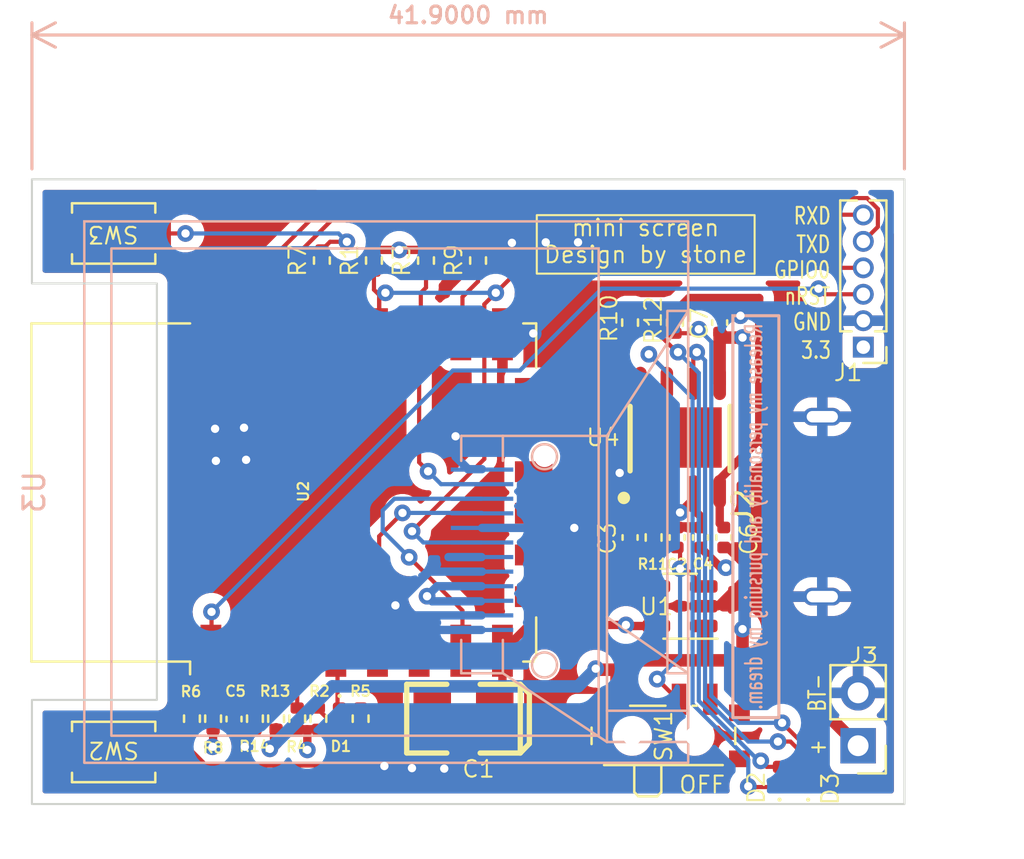
<source format=kicad_pcb>
(kicad_pcb (version 20211014) (generator pcbnew)
  (layers (0 "F.Cu" signal) (1 "In1.Cu" signal) (2 "In2.Cu" signal) (31 "B.Cu" signal) (34 "B.Paste" user) (35 "F.Paste" user) (36 "B.SilkS" user "底层丝印层") (37 "F.SilkS" user "顶层丝印层") (38 "B.Mask" user) (39 "F.Mask" user) (44 "Edge.Cuts" user))
  (net 0 "")
  (net 1 "+3V3")
  (net 2 "GND")
  (net 3 "/nRST")
  (net 4 "/GPIO16")
  (net 5 "Net-(D2-Pad2)")
  (net 6 "Net-(C2-Pad1)")
  (net 7 "/GPIO0")
  (net 8 "/GPIO2")
  (net 9 "/EN")
  (net 10 "/GPIO15")
  (net 11 "/ADC")
  (net 12 "/GPIO14")
  (net 13 "/GPIO12")
  (net 14 "/GPIO13")
  (net 15 "/GPIO4")
  (net 16 "/GPIO5")
  (net 17 "/RXD")
  (net 18 "/TXD")
  (net 19 "Net-(C3-Pad1)")
  (net 20 "Net-(C6-Pad2)")
  (net 21 "Net-(D2-Pad1)")
  (net 24 "Net-(R5-Pad2)")
  (net 25 "Net-(R7-Pad2)")
  (net 26 "+BATT")
  (net 27 "Net-(R11-Pad1)")
  (net 28 "Net-(D1-Pad2)")
  (net 29 "Net-(D3-Pad1)")
  (net 30 "Net-(D3-Pad2)")
  (footprint "Capacitor_SMD:C_0402_1005Metric" (layer "F.Cu") (at 129.6 52.88 90)
    (fp_text reference "C4" (at -1.27 0.12) (layer "F.SilkS") (effects (font (size 0.5 0.5) (thickness 0.1))))
    (fp_text value "10uf")
    (pad "1" smd roundrect (at -0.48 0 90) (size 0.56 0.62) (layers "F.Cu" "F.Paste" "F.Mask") (net 1 "+3V3"))
    (pad "2" smd roundrect (at 0.48 0 90) (size 0.56 0.62) (layers "F.Cu" "F.Paste" "F.Mask") (net 2 "GND"))
  )
  (footprint "Resistor_SMD:R_0402_1005Metric" (layer "F.Cu") (at 128.375 42.56 90)
    (fp_text reference "R12" (at 0.11 -1.045 90) (layer "F.SilkS") (effects (font (size 0.8 0.8) (thickness 0.1))))
    (fp_text value "1k")
    (pad "1" smd roundrect (at -0.51 0 90) (size 0.54 0.64) (layers "F.Cu" "F.Paste" "F.Mask") (net 30 "Net-(D3-Pad2)"))
    (pad "2" smd roundrect (at 0.51 0 90) (size 0.54 0.64) (layers "F.Cu" "F.Paste" "F.Mask") (net 20 "Net-(C6-Pad2)"))
  )
  (footprint "lc_lib:SOP-8_EP_150MIL" (layer "F.Cu") (at 128.62 48.08)
    (fp_text reference "U4" (at -3.7 0) (layer "F.SilkS") (effects (font (size 0.8 0.8) (thickness 0.1))))
    (fp_text value "TP4056_[C16581]")
    (pad "0" smd rect locked (at 0 0 180) (size 4 2.9) (layers "F.Cu" "F.Paste" "F.Mask"))
    (pad "1" smd oval locked (at -1.905 2.6 180) (size 0.6 1.6) (layers "F.Cu" "F.Paste" "F.Mask") (net 2 "GND"))
    (pad "2" smd oval locked (at -0.635 2.6 180) (size 0.6 1.6) (layers "F.Cu" "F.Paste" "F.Mask") (net 27 "Net-(R11-Pad1)"))
    (pad "3" smd oval locked (at 0.635 2.6 180) (size 0.6 1.6) (layers "F.Cu" "F.Paste" "F.Mask") (net 2 "GND"))
    (pad "4" smd oval locked (at 1.905 2.6 180) (size 0.6 1.6) (layers "F.Cu" "F.Paste" "F.Mask") (net 20 "Net-(C6-Pad2)"))
    (pad "5" smd oval locked (at 1.905 -2.6 180) (size 0.6 1.6) (layers "F.Cu" "F.Paste" "F.Mask") (net 26 "+BATT"))
    (pad "6" smd oval locked (at 0.635 -2.6 180) (size 0.6 1.6) (layers "F.Cu" "F.Paste" "F.Mask") (net 29 "Net-(D3-Pad1)"))
    (pad "7" smd oval locked (at -0.635 -2.6 180) (size 0.6 1.6) (layers "F.Cu" "F.Paste" "F.Mask") (net 21 "Net-(D2-Pad1)"))
    (pad "8" smd oval locked (at -1.905 -2.6 180) (size 0.6 1.6) (layers "F.Cu" "F.Paste" "F.Mask") (net 20 "Net-(C6-Pad2)"))
  )
  (footprint "Resistor_SMD:R_0402_1005Metric" (layer "F.Cu") (at 106.195 61.58 -90)
    (fp_text reference "R8" (at 1.4 -0.005) (layer "F.SilkS") (effects (font (size 0.5 0.5) (thickness 0.1))))
    (fp_text value "12K")
    (pad "1" smd roundrect (at -0.51 0 270) (size 0.54 0.64) (layers "F.Cu" "F.Paste" "F.Mask") (net 3 "/nRST"))
    (pad "2" smd roundrect (at 0.51 0 270) (size 0.54 0.64) (layers "F.Cu" "F.Paste" "F.Mask") (net 1 "+3V3"))
  )
  (footprint "Connector_PinHeader_1.27mm:PinHeader_1x06_P1.27mm_Vertical" (layer "F.Cu") (at 137.42 43.74 180)
    (fp_text reference "J1" (at 0.73 -1.22) (layer "F.SilkS") (effects (font (size 0.8 0.8) (thickness 0.1))))
    (fp_text value "Conn_01x06_Female")
    (pad "1" thru_hole rect (at 0 0 180) (size 1 1) (drill 0.65) (layers *.Cu *.Mask) (net 1 "+3V3"))
    (pad "2" thru_hole oval (at 0 1.27 180) (size 1 1) (drill 0.65) (layers *.Cu *.Mask) (net 2 "GND"))
    (pad "3" thru_hole oval (at 0 2.54 180) (size 1 1) (drill 0.65) (layers *.Cu *.Mask) (net 3 "/nRST"))
    (pad "4" thru_hole oval (at 0 3.81 180) (size 1 1) (drill 0.65) (layers *.Cu *.Mask) (net 7 "/GPIO0"))
    (pad "5" thru_hole oval (at 0 5.08 180) (size 1 1) (drill 0.65) (layers *.Cu *.Mask) (net 18 "/TXD"))
    (pad "6" thru_hole oval (at 0 6.35 180) (size 1 1) (drill 0.65) (layers *.Cu *.Mask) (net 17 "/RXD"))
  )
  (footprint "LED_SMD:LED_0402_1005Metric" (layer "F.Cu") (at 134.77 64.38 90)
    (fp_text reference "D3" (at -0.57 1.06 90) (layer "F.SilkS") (effects (font (size 0.8 0.8) (thickness 0.1))))
    (fp_text value "led-green")
    (pad "1" smd roundrect (at -0.485 0 90) (size 0.59 0.64) (layers "F.Cu" "F.Paste" "F.Mask") (net 29 "Net-(D3-Pad1)"))
    (pad "2" smd roundrect (at 0.485 0 90) (size 0.59 0.64) (layers "F.Cu" "F.Paste" "F.Mask") (net 30 "Net-(D3-Pad2)"))
  )
  (footprint "Capacitor_SMD:C_0402_1005Metric" (layer "F.Cu") (at 130.52 42.56 90)
    (fp_text reference "C7" (at -0.05 -0.98 90) (layer "F.SilkS") (effects (font (size 0.8 0.8) (thickness 0.1))))
    (fp_text value "10uf")
    (pad "1" smd roundrect (at -0.48 0 90) (size 0.56 0.62) (layers "F.Cu" "F.Paste" "F.Mask") (net 26 "+BATT"))
    (pad "2" smd roundrect (at 0.48 0 90) (size 0.56 0.62) (layers "F.Cu" "F.Paste" "F.Mask") (net 2 "GND"))
  )
  (footprint "Capacitor_SMD:C_0402_1005Metric" (layer "F.Cu") (at 126.22 52.88 90)
    (fp_text reference "C3" (at -0.05 -1.1 90) (layer "F.SilkS") (effects (font (size 0.8 0.8) (thickness 0.1))))
    (fp_text value "470pf")
    (pad "1" smd roundrect (at -0.48 0 90) (size 0.56 0.62) (layers "F.Cu" "F.Paste" "F.Mask") (net 19 "Net-(C3-Pad1)"))
    (pad "2" smd roundrect (at 0.48 0 90) (size 0.56 0.62) (layers "F.Cu" "F.Paste" "F.Mask") (net 2 "GND"))
  )
  (footprint "My-lib-footprints:USB_C_6pin" (layer "F.Cu") (at 135.45 51.4 90)
    (fp_text reference "J2" (at 0 -3.8 90 unlocked) (layer "F.SilkS"))
    (fp_text value "USB_C_6pin")
    (pad "A5" smd rect (at -0.5 -0.775 270) (size 0.7 1.55) (layers "F.Cu" "F.Paste" "F.Mask"))
    (pad "A9" smd rect (at 1.52 -0.775 270) (size 0.8 1.55) (layers "F.Cu" "F.Paste" "F.Mask") (net 20 "Net-(C6-Pad2)"))
    (pad "A12" smd rect (at 2.74 -0.775 270) (size 0.9 1.55) (layers "F.Cu" "F.Paste" "F.Mask") (net 2 "GND"))
    (pad "B5" smd rect (at 0.5 -0.775 270) (size 0.7 1.55) (layers "F.Cu" "F.Paste" "F.Mask"))
    (pad "B9" smd rect (at -1.52 -0.775 270) (size 0.8 1.55) (layers "F.Cu" "F.Paste" "F.Mask") (net 20 "Net-(C6-Pad2)"))
    (pad "B12" smd rect (at -2.74 -0.775 270) (size 0.9 1.55) (layers "F.Cu" "F.Paste" "F.Mask") (net 2 "GND"))
    (pad "S1" thru_hole oval (at 4.32 0 270) (size 0.85 1.85) (drill oval 0.55 1.5) (layers *.Cu *.Mask) (net 2 "GND"))
    (pad "S1" thru_hole oval (at -4.32 0 270) (size 0.85 1.85) (drill oval 0.55 1.5) (layers *.Cu *.Mask) (net 2 "GND"))
  )
  (footprint "LED_SMD:LED_0402_1005Metric" (layer "F.Cu") (at 133.395 64.38 90)
    (fp_text reference "D2" (at -0.52 -1.115 90) (layer "F.SilkS") (effects (font (size 0.8 0.8) (thickness 0.1))))
    (fp_text value "led-red")
    (pad "1" smd roundrect (at -0.485 0 90) (size 0.59 0.64) (layers "F.Cu" "F.Paste" "F.Mask") (net 21 "Net-(D2-Pad1)"))
    (pad "2" smd roundrect (at 0.485 0 90) (size 0.59 0.64) (layers "F.Cu" "F.Paste" "F.Mask") (net 5 "Net-(D2-Pad2)"))
  )
  (footprint "Capacitor_SMD:C_0402_1005Metric" (layer "F.Cu") (at 130.72 52.88 90)
    (fp_text reference "C6" (at -0.07 1.2 90) (layer "F.SilkS") (effects (font (size 0.8 0.8) (thickness 0.1))))
    (fp_text value "10uf")
    (pad "1" smd roundrect (at -0.48 0 90) (size 0.56 0.62) (layers "F.Cu" "F.Paste" "F.Mask") (net 2 "GND"))
    (pad "2" smd roundrect (at 0.48 0 90) (size 0.56 0.62) (layers "F.Cu" "F.Paste" "F.Mask") (net 20 "Net-(C6-Pad2)"))
  )
  (footprint "Resistor_SMD:R_0402_1005Metric" (layer "F.Cu") (at 111.42 39.58 90)
    (fp_text reference "R7" (at 0 -1.17 90) (layer "F.SilkS") (effects (font (size 0.8 0.8) (thickness 0.1))))
    (fp_text value "470")
    (pad "1" smd roundrect (at -0.51 0 90) (size 0.54 0.64) (layers "F.Cu" "F.Paste" "F.Mask") (net 7 "/GPIO0"))
    (pad "2" smd roundrect (at 0.51 0 90) (size 0.54 0.64) (layers "F.Cu" "F.Paste" "F.Mask") (net 25 "Net-(R7-Pad2)"))
  )
  (footprint "Resistor_SMD:R_0402_1005Metric" (layer "F.Cu") (at 126.22 42.56 90)
    (fp_text reference "R10" (at 0.205 -1.025 90) (layer "F.SilkS") (effects (font (size 0.8 0.8) (thickness 0.1))))
    (fp_text value "1k")
    (pad "1" smd roundrect (at -0.51 0 90) (size 0.54 0.64) (layers "F.Cu" "F.Paste" "F.Mask") (net 5 "Net-(D2-Pad2)"))
    (pad "2" smd roundrect (at 0.51 0 90) (size 0.54 0.64) (layers "F.Cu" "F.Paste" "F.Mask") (net 20 "Net-(C6-Pad2)"))
  )
  (footprint "Resistor_SMD:R_0402_1005Metric" (layer "F.Cu") (at 111.25 61.58 90)
    (fp_text reference "R2" (at 1.32 0.05) (layer "F.SilkS") (effects (font (size 0.5 0.5) (thickness 0.1))))
    (fp_text value "470")
    (pad "1" smd roundrect (at -0.51 0 90) (size 0.54 0.64) (layers "F.Cu" "F.Paste" "F.Mask") (net 1 "+3V3"))
    (pad "2" smd roundrect (at 0.51 0 90) (size 0.54 0.64) (layers "F.Cu" "F.Paste" "F.Mask") (net 28 "Net-(D1-Pad2)"))
  )
  (footprint "Resistor_SMD:R_0402_1005Metric" (layer "F.Cu") (at 113.92 39.58 90)
    (fp_text reference "R1" (at 0 -1.17 90) (layer "F.SilkS") (effects (font (size 0.8 0.8) (thickness 0.1))))
    (fp_text value "12K")
    (pad "1" smd roundrect (at -0.51 0 90) (size 0.54 0.64) (layers "F.Cu" "F.Paste" "F.Mask") (net 7 "/GPIO0"))
    (pad "2" smd roundrect (at 0.51 0 90) (size 0.54 0.64) (layers "F.Cu" "F.Paste" "F.Mask") (net 1 "+3V3"))
  )
  (footprint "lc_lib:CASE-B_3528" (layer "F.Cu") (at 118.22 61.58)
    (fp_text reference "C1" (at 0.72 2.42) (layer "F.SilkS") (effects (font (size 0.8 0.8) (thickness 0.1))))
    (fp_text value "100uf")
    (pad "1" smd rect locked (at 1.5 0 180) (size 1.8 2.6) (layers "F.Cu" "F.Paste" "F.Mask") (net 1 "+3V3"))
    (pad "2" smd rect locked (at -1.5 0 180) (size 1.8 2.6) (layers "F.Cu" "F.Paste" "F.Mask") (net 2 "GND"))
  )
  (footprint "Resistor_SMD:R_0402_1005Metric" (layer "F.Cu") (at 127.35 52.88 90)
    (fp_text reference "R11" (at -1.28 -0.04) (layer "F.SilkS") (effects (font (size 0.5 0.5) (thickness 0.1))))
    (fp_text value "2K")
    (pad "1" smd roundrect (at -0.51 0 90) (size 0.54 0.64) (layers "F.Cu" "F.Paste" "F.Mask") (net 27 "Net-(R11-Pad1)"))
    (pad "2" smd roundrect (at 0.51 0 90) (size 0.54 0.64) (layers "F.Cu" "F.Paste" "F.Mask") (net 2 "GND"))
  )
  (footprint "Button_Switch_SMD:SW_SPDT_PCM12" (layer "F.Cu") (at 127.82 62.08)
    (fp_text reference "SW1" (at 0.01 0.34 90) (layer "F.SilkS") (effects (font (size 0.8 0.8) (thickness 0.1))))
    (fp_text value "SW_DPDT_x2")
    (pad "" smd rect (at 3.65 1.43) (size 1 0.8) (layers "F.Cu" "F.Paste" "F.Mask"))
    (pad "" np_thru_hole circle (at -1.5 0.33) (size 0.9 0.9) (drill 0.9) (layers *.Cu *.Mask))
    (pad "" smd rect (at 3.65 -0.78) (size 1 0.8) (layers "F.Cu" "F.Paste" "F.Mask"))
    (pad "" smd rect (at -3.65 1.43) (size 1 0.8) (layers "F.Cu" "F.Paste" "F.Mask"))
    (pad "" np_thru_hole circle (at 1.5 0.33) (size 0.9 0.9) (drill 0.9) (layers *.Cu *.Mask))
    (pad "" smd rect (at -3.65 -0.78) (size 1 0.8) (layers "F.Cu" "F.Paste" "F.Mask"))
    (pad "1" smd rect (at -2.25 -1.43) (size 0.7 1.5) (layers "F.Cu" "F.Paste" "F.Mask") (net 26 "+BATT"))
    (pad "2" smd rect (at 0.75 -1.43) (size 0.7 1.5) (layers "F.Cu" "F.Paste" "F.Mask") (net 6 "Net-(C2-Pad1)"))
    (pad "3" smd rect (at 2.25 -1.43) (size 0.7 1.5) (layers "F.Cu" "F.Paste" "F.Mask"))
  )
  (footprint "Resistor_SMD:R_0402_1005Metric" (layer "F.Cu") (at 110.235 61.58 -90)
    (fp_text reference "R4" (at 1.35 0.035) (layer "F.SilkS") (effects (font (size 0.5 0.5) (thickness 0.1))))
    (fp_text value "12K")
    (pad "1" smd roundrect (at -0.51 0 270) (size 0.54 0.64) (layers "F.Cu" "F.Paste" "F.Mask") (net 9 "/EN"))
    (pad "2" smd roundrect (at 0.51 0 270) (size 0.54 0.64) (layers "F.Cu" "F.Paste" "F.Mask") (net 1 "+3V3"))
  )
  (footprint "Connector_PinHeader_2.54mm:PinHeader_1x02_P2.54mm_Vertical" (layer "F.Cu") (at 137.17 62.88 180)
    (fp_text reference "J3" (at -0.27 4.34) (layer "F.SilkS") (effects (font (size 0.7 0.8) (thickness 0.1))))
    (fp_text value "Conn_01x02_Female")
    (pad "1" thru_hole rect (at 0 0 180) (size 1.7 1.7) (drill 1) (layers *.Cu *.Mask) (net 26 "+BATT"))
    (pad "2" thru_hole oval (at 0 2.54 180) (size 1.7 1.7) (drill 1) (layers *.Cu *.Mask) (net 2 "GND"))
  )
  (footprint "My-lib:Button_SMD,3x4x2mm" (layer "F.Cu") (at 101.42 38.28 180)
    (fp_text reference "SW3" (at 0.025 -0.05 180 unlocked) (layer "F.SilkS") (effects (font (size 0.8 0.8) (thickness 0.1))))
    (fp_text value "SW_Push")
    (pad "1" smd rect (at -2.075 0 180) (size 1.35 1.8) (property pad_prop_bga) (layers "F.Cu" "F.Paste" "F.Mask") (net 25 "Net-(R7-Pad2)"))
    (pad "2" smd rect (at 2.075 0 180) (size 1.35 1.8) (property pad_prop_bga) (layers "F.Cu" "F.Paste" "F.Mask") (net 2 "GND"))
  )
  (footprint "RF_Module:ESP-12E" (layer "F.Cu") (at 109.59 50.72 90)
    (fp_text reference "U2" (at 0.05 0.94 90) (layer "F.SilkS") (effects (font (size 0.5 0.5) (thickness 0.1))))
    (fp_text value "ESP-12E")
    (pad "1" smd rect (at -7.6 -3.5 90) (size 2.5 1) (layers "F.Cu" "F.Paste" "F.Mask") (net 3 "/nRST"))
    (pad "2" smd rect (at -7.6 -1.5 90) (size 2.5 1) (layers "F.Cu" "F.Paste" "F.Mask") (net 11 "/ADC"))
    (pad "3" smd rect (at -7.6 0.5 90) (size 2.5 1) (layers "F.Cu" "F.Paste" "F.Mask") (net 9 "/EN"))
    (pad "4" smd rect (at -7.6 2.5 90) (size 2.5 1) (layers "F.Cu" "F.Paste" "F.Mask") (net 4 "/GPIO16"))
    (pad "5" smd rect (at -7.6 4.5 90) (size 2.5 1) (layers "F.Cu" "F.Paste" "F.Mask") (net 12 "/GPIO14"))
    (pad "6" smd rect (at -7.6 6.5 90) (size 2.5 1) (layers "F.Cu" "F.Paste" "F.Mask") (net 13 "/GPIO12"))
    (pad "7" smd rect (at -7.6 8.5 90) (size 2.5 1) (layers "F.Cu" "F.Paste" "F.Mask") (net 14 "/GPIO13"))
    (pad "8" smd rect (at -7.6 10.5 90) (size 2.5 1) (layers "F.Cu" "F.Paste" "F.Mask") (net 1 "+3V3"))
    (pad "9" smd rect (at -5 12 90) (size 1 1.8) (layers "F.Cu" "F.Paste" "F.Mask"))
    (pad "10" smd rect (at -3 12 90) (size 1 1.8) (layers "F.Cu" "F.Paste" "F.Mask"))
    (pad "11" smd rect (at -1 12 90) (size 1 1.8) (layers "F.Cu" "F.Paste" "F.Mask"))
    (pad "12" smd rect (at 1 12 90) (size 1 1.8) (layers "F.Cu" "F.Paste" "F.Mask"))
    (pad "13" smd rect (at 3 12 90) (size 1 1.8) (layers "F.Cu" "F.Paste" "F.Mask"))
    (pad "14" smd rect (at 5 12 90) (size 1 1.8) (layers "F.Cu" "F.Paste" "F.Mask"))
    (pad "15" smd rect (at 7.6 10.5 90) (size 2.5 1) (layers "F.Cu" "F.Paste" "F.Mask") (net 2 "GND"))
    (pad "16" smd rect (at 7.6 8.5 90) (size 2.5 1) (layers "F.Cu" "F.Paste" "F.Mask") (net 10 "/GPIO15"))
    (pad "17" smd rect (at 7.6 6.5 90) (size 2.5 1) (layers "F.Cu" "F.Paste" "F.Mask") (net 8 "/GPIO2"))
    (pad "18" smd rect (at 7.6 4.5 90) (size 2.5 1) (layers "F.Cu" "F.Paste" "F.Mask") (net 7 "/GPIO0"))
    (pad "19" smd rect (at 7.6 2.5 90) (size 2.5 1) (layers "F.Cu" "F.Paste" "F.Mask") (net 15 "/GPIO4"))
    (pad "20" smd rect (at 7.6 0.5 90) (size 2.5 1) (layers "F.Cu" "F.Paste" "F.Mask") (net 16 "/GPIO5"))
    (pad "21" smd rect (at 7.6 -1.5 90) (size 2.5 1) (layers "F.Cu" "F.Paste" "F.Mask") (net 17 "/RXD"))
    (pad "22" smd rect (at 7.6 -3.5 90) (size 2.5 1) (layers "F.Cu" "F.Paste" "F.Mask") (net 18 "/TXD"))
  )
  (footprint "Resistor_SMD:R_0402_1005Metric" (layer "F.Cu") (at 116.42 39.58 90)
    (fp_text reference "R3" (at 0 -1.17 90) (layer "F.SilkS") (effects (font (size 0.8 0.8) (thickness 0.1))))
    (fp_text value "12K")
    (pad "1" smd roundrect (at -0.51 0 90) (size 0.54 0.64) (layers "F.Cu" "F.Paste" "F.Mask") (net 8 "/GPIO2"))
    (pad "2" smd roundrect (at 0.51 0 90) (size 0.54 0.64) (layers "F.Cu" "F.Paste" "F.Mask") (net 1 "+3V3"))
  )
  (footprint "Resistor_SMD:R_0402_1005Metric" (layer "F.Cu") (at 109.22 61.58 -90)
    (fp_text reference "R13" (at -1.32 0.05) (layer "F.SilkS") (effects (font (size 0.5 0.5) (thickness 0.1))))
    (fp_text value "100k")
    (pad "1" smd roundrect (at -0.51 0 270) (size 0.54 0.64) (layers "F.Cu" "F.Paste" "F.Mask") (net 11 "/ADC"))
    (pad "2" smd roundrect (at 0.51 0 270) (size 0.54 0.64) (layers "F.Cu" "F.Paste" "F.Mask") (net 26 "+BATT"))
  )
  (footprint "My-lib:Button_SMD,3x4x2mm" (layer "F.Cu") (at 101.42 63.18 180)
    (fp_text reference "SW2" (at 0 0.08 180 unlocked) (layer "F.SilkS") (effects (font (size 0.8 0.8) (thickness 0.1))))
    (fp_text value "SW_Push")
    (pad "1" smd rect (at -2.075 0 180) (size 1.35 1.8) (property pad_prop_bga) (layers "F.Cu" "F.Paste" "F.Mask") (net 24 "Net-(R5-Pad2)"))
    (pad "2" smd rect (at 2.075 0 180) (size 1.35 1.8) (property pad_prop_bga) (layers "F.Cu" "F.Paste" "F.Mask") (net 2 "GND"))
  )
  (footprint "Resistor_SMD:R_0402_1005Metric" (layer "F.Cu") (at 118.92 39.58 90)
    (fp_text reference "R9" (at 0 -1.17 90) (layer "F.SilkS") (effects (font (size 0.8 0.8) (thickness 0.1))))
    (fp_text value "12K")
    (pad "1" smd roundrect (at -0.51 0 90) (size 0.54 0.64) (layers "F.Cu" "F.Paste" "F.Mask") (net 10 "/GPIO15"))
    (pad "2" smd roundrect (at 0.51 0 90) (size 0.54 0.64) (layers "F.Cu" "F.Paste" "F.Mask") (net 2 "GND"))
  )
  (footprint "Package_TO_SOT_SMD:SOT-23-5" (layer "F.Cu") (at 128.62 56.18 180)
    (fp_text reference "U1" (at 1.13 -0.02) (layer "F.SilkS") (effects (font (size 0.8 0.8) (thickness 0.1))))
    (fp_text value "SPX3819M5-L-3-3")
    (pad "1" smd roundrect (at -1.1375 -0.95 180) (size 1.325 0.6) (layers "F.Cu" "F.Paste" "F.Mask") (net 26 "+BATT"))
    (pad "2" smd roundrect (at -1.1375 0 180) (size 1.325 0.6) (layers "F.Cu" "F.Paste" "F.Mask") (net 2 "GND"))
    (pad "3" smd roundrect (at -1.1375 0.95 180) (size 1.325 0.6) (layers "F.Cu" "F.Paste" "F.Mask") (net 6 "Net-(C2-Pad1)"))
    (pad "4" smd roundrect (at 1.1375 0.95 180) (size 1.325 0.6) (layers "F.Cu" "F.Paste" "F.Mask") (net 19 "Net-(C3-Pad1)"))
    (pad "5" smd roundrect (at 1.1375 -0.95 180) (size 1.325 0.6) (layers "F.Cu" "F.Paste" "F.Mask") (net 1 "+3V3"))
  )
  (footprint "Capacitor_SMD:C_0402_1005Metric" (layer "F.Cu") (at 128.48 52.88 90)
    (fp_text reference "C2" (at -1.29 -0.01) (layer "F.SilkS") (effects (font (size 0.5 0.5) (thickness 0.1))))
    (fp_text value "1uf")
    (pad "1" smd roundrect (at -0.48 0 90) (size 0.56 0.62) (layers "F.Cu" "F.Paste" "F.Mask") (net 6 "Net-(C2-Pad1)"))
    (pad "2" smd roundrect (at 0.48 0 90) (size 0.56 0.62) (layers "F.Cu" "F.Paste" "F.Mask") (net 2 "GND"))
  )
  (footprint "Resistor_SMD:R_0402_1005Metric" (layer "F.Cu") (at 113.28 61.58 -90)
    (fp_text reference "R5" (at -1.32 0.01) (layer "F.SilkS") (effects (font (size 0.5 0.5) (thickness 0.1))))
    (fp_text value "0")
    (pad "1" smd roundrect (at -0.51 0 270) (size 0.54 0.64) (layers "F.Cu" "F.Paste" "F.Mask") (net 4 "/GPIO16"))
    (pad "2" smd roundrect (at 0.51 0 270) (size 0.54 0.64) (layers "F.Cu" "F.Paste" "F.Mask") (net 24 "Net-(R5-Pad2)"))
  )
  (footprint "LED_SMD:LED_0402_1005Metric" (layer "F.Cu") (at 112.265 61.58 -90)
    (fp_text reference "D1" (at 1.33 -0.065) (layer "F.SilkS") (effects (font (size 0.5 0.5) (thickness 0.1))))
    (fp_text value "led-white")
    (pad "1" smd roundrect (at -0.485 0 270) (size 0.59 0.64) (layers "F.Cu" "F.Paste" "F.Mask") (net 4 "/GPIO16"))
    (pad "2" smd roundrect (at 0.485 0 270) (size 0.59 0.64) (layers "F.Cu" "F.Paste" "F.Mask") (net 28 "Net-(D1-Pad2)"))
  )
  (footprint "Capacitor_SMD:C_0402_1005Metric" (layer "F.Cu") (at 107.2 61.6 90)
    (fp_text reference "C5" (at 1.34 0.07) (layer "F.SilkS") (effects (font (size 0.5 0.5) (thickness 0.1))))
    (fp_text value "470pf")
    (pad "1" smd roundrect (at -0.48 0 90) (size 0.56 0.62) (layers "F.Cu" "F.Paste" "F.Mask") (net 2 "GND"))
    (pad "2" smd roundrect (at 0.48 0 90) (size 0.56 0.62) (layers "F.Cu" "F.Paste" "F.Mask") (net 3 "/nRST"))
  )
  (footprint "Resistor_SMD:R_0402_1005Metric" (layer "F.Cu") (at 108.205 61.58 90)
    (fp_text reference "R14" (at -1.33 -0.025) (layer "F.SilkS") (effects (font (size 0.5 0.5) (thickness 0.1))))
    (fp_text value "100k")
    (pad "1" smd roundrect (at -0.51 0 90) (size 0.54 0.64) (layers "F.Cu" "F.Paste" "F.Mask") (net 2 "GND"))
    (pad "2" smd roundrect (at 0.51 0 90) (size 0.54 0.64) (layers "F.Cu" "F.Paste" "F.Mask") (net 11 "/ADC"))
  )
  (footprint "Resistor_SMD:R_0402_1005Metric" (layer "F.Cu") (at 105.18 61.58 -90)
    (fp_text reference "R6" (at -1.3 0.05) (layer "F.SilkS") (effects (font (size 0.5 0.5) (thickness 0.1))))
    (fp_text value "470")
    (pad "1" smd roundrect (at -0.51 0 270) (size 0.54 0.64) (layers "F.Cu" "F.Paste" "F.Mask") (net 3 "/nRST"))
    (pad "2" smd roundrect (at 0.51 0 270) (size 0.54 0.64) (layers "F.Cu" "F.Paste" "F.Mask") (net 24 "Net-(R5-Pad2)"))
  )
  (footprint "My-lib-footprints:TFT_1.3_12_front" (layer "B.Cu") (at 113.01 50.7 -90)
    (fp_text reference "U3" (at 0 15.4 90 unlocked) (layer "B.SilkS") (effects (justify mirror)))
    (fp_text value "TFT_1.3_12")
    (pad "" np_thru_hole circle (at -1.7 -9.1 90) (size 1 1) (drill 1) (layers F&B.Cu *.Mask))
    (pad "" np_thru_hole circle (at 8.3 -9.1 90) (size 1 1) (drill 1) (layers F&B.Cu *.Mask))
    (pad "1" smd rect (at 6.62 -6.1 270) (size 0.2 3) (layers "B.Cu" "B.Paste" "B.Mask") (net 2 "GND"))
    (pad "2" smd rect (at 5.92 -6.1 270) (size 0.2 3) (layers "B.Cu" "B.Paste" "B.Mask") (net 2 "GND"))
    (pad "3" smd rect (at 5.22 -6.1 270) (size 0.2 3) (layers "B.Cu" "B.Paste" "B.Mask") (net 1 "+3V3"))
    (pad "4" smd rect (at 4.52 -6.1 270) (size 0.2 3) (layers "B.Cu" "B.Paste" "B.Mask") (net 1 "+3V3"))
    (pad "5" smd rect (at 3.82 -6.1 270) (size 0.2 3) (layers "B.Cu" "B.Paste" "B.Mask") (net 2 "GND"))
    (pad "6" smd rect (at 3.12 -6.1 270) (size 0.2 3) (layers "B.Cu" "B.Paste" "B.Mask") (net 2 "GND"))
    (pad "7" smd rect (at 2.42 -6.1 270) (size 0.2 3) (layers "B.Cu" "B.Paste" "B.Mask") (net 7 "/GPIO0"))
    (pad "8" smd rect (at 1.72 -6.1 270) (size 0.2 3) (layers "B.Cu" "B.Paste" "B.Mask") (net 2 "GND"))
    (pad "9" smd rect (at 1.02 -6.1 270) (size 0.2 3) (layers "B.Cu" "B.Paste" "B.Mask") (net 12 "/GPIO14"))
    (pad "10" smd rect (at 0.32 -6.1 270) (size 0.2 3) (layers "B.Cu" "B.Paste" "B.Mask") (net 14 "/GPIO13"))
    (pad "11" smd rect (at -0.38 -6.1 270) (size 0.2 3) (layers "B.Cu" "B.Paste" "B.Mask") (net 8 "/GPIO2"))
    (pad "12" smd rect (at -1.08 -6.1 270) (size 0.2 3) (layers "B.Cu" "B.Paste" "B.Mask") (net 2 "GND"))
  )
  (gr_rect (start 131.155 61.53) (end 133.365 42.23) (layer "B.SilkS") (width 0.15) (fill none))
  (gr_rect (start 121.74 37.4) (end 132.2 40.21) (layer "F.SilkS") (width 0.1) (fill none))
  (gr_poly (pts (xy 139.395 65.68) (xy 97.495 65.68) (xy 97.495 60.68) (xy 103.495 60.68) (xy 103.495 40.68) (xy 97.495 40.68) (xy 97.495 35.68) (xy 139.395 35.68)) (layer "Edge.Cuts") (width 0.1) (fill none))
  (gr_text "Release my personality and pursuing my dream." (at 132.165 51.88 90) (layer "B.SilkS") (effects (font (size 0.8 0.5) (thickness 0.1)) (justify mirror)))
  (gr_text "3.3" (at 135.15 43.89) (layer "F.SilkS") (effects (font (size 0.8 0.6) (thickness 0.1))))
  (gr_text "BT-" (at 135.21 60.34 90) (layer "F.SilkS") (effects (font (size 0.8 0.6) (thickness 0.1))))
  (gr_text "OFF\n" (at 129.68 64.75) (layer "F.SilkS") (effects (font (size 0.8 0.8) (thickness 0.1))))
  (gr_text "RXD" (at 134.97 37.44) (layer "F.SilkS") (effects (font (size 0.8 0.6) (thickness 0.1))))
  (gr_text "+" (at 135.21 62.96 90) (layer "F.SilkS") (effects (font (size 0.8 0.6) (thickness 0.1))))
  (gr_text "mini screen\nDesign by stone" (at 126.96 38.65) (layer "F.SilkS") (effects (font (size 0.8 0.8) (thickness 0.1))))
  (gr_text "nRST" (at 134.73 41.3) (layer "F.SilkS") (effects (font (size 0.8 0.6) (thickness 0.1))))
  (gr_text "TXD" (at 135.02 38.81) (layer "F.SilkS") (effects (font (size 0.8 0.6) (thickness 0.1))))
  (gr_text "GPIO0" (at 134.48 40.04) (layer "F.SilkS") (effects (font (size 0.8 0.6) (thickness 0.1))))
  (gr_text "GND" (at 134.96 42.53) (layer "F.SilkS") (effects (font (size 0.8 0.6) (thickness 0.1))))
  (dimension (type aligned) (layer "B.SilkS") (pts (xy 97.495 35.68) (xy 139.395 35.68)) (height -6.93) (gr_text "41.9000 mm" (at 118.445 27.8) (layer "B.SilkS") (effects (font (size 0.8 0.8) (thickness 0.15)))) (format (units 2) (units_format 1) (precision 4)) (style (thickness 0.15) (arrow_length 1.27) (text_position_mode 0) (extension_height 0.58642) (extension_offset 0.5) keep_text_aligned))
  (segment (start 121.37 57.08) (end 126.02 57.08) (width 0.4) (layer "F.Cu") (net 1))
  (segment (start 106.195 62.905) (end 106.17 62.93) (width 0.4) (layer "F.Cu") (net 1))
  (segment (start 120.09 58.32) (end 120.09 61.21) (width 0.4) (layer "F.Cu") (net 1))
  (segment (start 110.71 62.09) (end 111.25 62.09) (width 0.4) (layer "F.Cu") (net 1))
  (segment (start 106.195 62.09) (end 106.195 62.905) (width 0.4) (layer "F.Cu") (net 1))
  (segment (start 110.71 62.09) (end 110.72 62.1) (width 0.4) (layer "F.Cu") (net 1))
  (segment (start 120.09 61.21) (end 119.72 61.58) (width 0.4) (layer "F.Cu") (net 1))
  (segment (start 113.92 39.07) (end 115.13 39.07) (width 0.4) (layer "F.Cu") (net 1))
  (segment (start 127.4825 57.13) (end 126.07 57.13) (width 0.4) (layer "F.Cu") (net 1))
  (segment (start 126.07 57.13) (end 126.02 57.08) (width 0.4) (layer "F.Cu") (net 1))
  (segment (start 130.57 54.33) (end 130.82 54.33) (width 0.4) (layer "F.Cu") (net 1))
  (segment (start 110.72 62.1) (end 110.72 63.08) (width 0.4) (layer "F.Cu") (net 1))
  (segment (start 110.235 62.09) (end 110.71 62.09) (width 0.4) (layer "F.Cu") (net 1))
  (segment (start 129.6 53.36) (end 130.57 54.33) (width 0.4) (layer "F.Cu") (net 1))
  (segment (start 115.13 39.07) (end 116.42 39.07) (width 0.4) (layer "F.Cu") (net 1))
  (segment (start 120.17 58.28) (end 121.37 57.08) (width 0.4) (layer "F.Cu") (net 1))
  (via (at 126.02 57.08) (size 0.8) (drill 0.4) (layers "F.Cu" "B.Cu") (net 1))
  (via (at 115.13 39.07) (size 0.8) (drill 0.4) (layers "F.Cu" "B.Cu") (net 1))
  (via (at 106.17 62.93) (size 0.8) (drill 0.4) (layers "F.Cu" "B.Cu") (net 1))
  (via (at 110.72 63.08) (size 0.8) (drill 0.4) (layers "F.Cu" "B.Cu") (net 1))
  (via (at 130.82 54.33) (size 0.8) (drill 0.4) (layers "F.Cu" "B.Cu") (net 1))
  (via (at 116.47 55.7) (size 0.8) (drill 0.4) (layers "F.Cu" "B.Cu") (net 1))
  (segment (start 119.085 55.22) (end 116.95 55.22) (width 0.4) (layer "B.Cu") (net 1))
  (segment (start 119.06022 55.94478) (end 116.71478 55.94478) (width 0.4) (layer "B.Cu") (net 1))
  (segment (start 116.71478 55.94478) (end 116.47 55.7) (width 0.4) (layer "B.Cu") (net 1))
  (segment (start 116.95 55.22) (end 116.47 55.7) (width 0.4) (layer "B.Cu") (net 1))
  (segment (start 130.42 56.18) (end 132.07 54.53) (width 0.4) (layer "F.Cu") (net 2))
  (segment (start 126.715 51.775) (end 126.715 50.68) (width 0.4) (layer "F.Cu") (net 2))
  (segment (start 126.62 50.68) (end 125.72 49.78) (width 0.4) (layer "F.Cu") (net 2))
  (segment (start 129.255 50.68) (end 129.255 51.045) (width 0.4) (layer "F.Cu") (net 2))
  (segment (start 128.48 52.4) (end 129.6 52.4) (width 0.4) (layer "F.Cu") (net 2))
  (segment (start 130.52 42.08) (end 131.37 42.08) (width 0.4) (layer "F.Cu") (net 2))
  (segment (start 129.7575 56.18) (end 130.42 56.18) (width 0.4) (layer "F.Cu") (net 2))
  (segment (start 107.71 62.09) (end 107.71 62.92) (width 0.4) (layer "F.Cu") (net 2))
  (segment (start 132.07 54.53) (end 132.41 54.19) (width 0.4) (layer "F.Cu") (net 2))
  (segment (start 127.35 52.37) (end 126.25 52.37) (width 0.4) (layer "F.Cu") (net 2))
  (segment (start 129.62 52.38) (end 129.6 52.4) (width 0.4) (layer "F.Cu") (net 2))
  (segment (start 136.2 53.219022) (end 136.2 49.35) (width 0.4) (layer "F.Cu") (net 2))
  (segment (start 108.205 62.09) (end 107.71 62.09) (width 0.4) (layer "F.Cu") (net 2))
  (segment (start 135.229022 54.19) (end 136.2 53.219022) (width 0.4) (layer "F.Cu") (net 2))
  (segment (start 126.22 52.4) (end 126.22 52.28) (width 0.4) (layer "F.Cu") (net 2))
  (segment (start 132.41 54.19) (end 134.675 54.19) (width 0.4) (layer "F.Cu") (net 2))
  (segment (start 107.71 62.09) (end 107.21 62.09) (width 0.4) (layer "F.Cu") (net 2))
  (segment (start 126.715 50.68) (end 126.62 50.68) (width 0.4) (layer "F.Cu") (net 2))
  (segment (start 126.72 51.78) (end 126.715 51.775) (width 0.4) (layer "F.Cu") (net 2))
  (segment (start 107.21 62.09) (end 107.2 62.08) (width 0.4) (layer "F.Cu") (net 2))
  (segment (start 131.37 42.08) (end 131.52 42.23) (width 0.4) (layer "F.Cu") (net 2))
  (segment (start 129.255 51.515) (end 129.62 51.88) (width 0.4) (layer "F.Cu") (net 2))
  (segment (start 135.56 48.71) (end 134.675 48.71) (width 0.4) (layer "F.Cu") (net 2))
  (segment (start 129.255 51.045) (end 128.62 51.68) (width 0.4) (layer "F.Cu") (net 2))
  (segment (start 129.62 51.88) (end 129.62 52.38) (width 0.4) (layer "F.Cu") (net 2))
  (segment (start 136.2 49.35) (end 135.56 48.71) (width 0.4) (layer "F.Cu") (net 2))
  (segment (start 129.255 50.68) (end 129.255 51.515) (width 0.4) (layer "F.Cu") (net 2))
  (segment (start 134.675 54.19) (end 135.229022 54.19) (width 0.4) (layer "F.Cu") (net 2))
  (segment (start 126.22 52.28) (end 126.72 51.78) (width 0.4) (layer "F.Cu") (net 2))
  (segment (start 120.17 43.08) (end 121.57 43.08) (width 0.4) (layer "F.Cu") (net 2))
  (segment (start 130.9 53.36) (end 132.07 54.53) (width 0.4) (layer "F.Cu") (net 2))
  (segment (start 107.71 62.92) (end 107.72 62.93) (width 0.4) (layer "F.Cu") (net 2))
  (segment (start 126.25 52.37) (end 126.22 52.4) (width 0.4) (layer "F.Cu") (net 2))
  (via (at 117.84 48.02) (size 0.8) (drill 0.4) (layers "F.Cu" "B.Cu") (net 2))
  (via (at 121.57 43.08) (size 0.8) (drill 0.4) (layers "F.Cu" "B.Cu") (net 2))
  (via (at 123.72 38.705) (size 0.8) (drill 0.4) (layers "F.Cu" "B.Cu") (net 2))
  (via (at 106.29 47.66) (size 0.8) (drill 0.4) (layers "F.Cu" "B.Cu") (net 2))
  (via (at 107.68 47.61) (size 0.8) (drill 0.4) (layers "F.Cu" "B.Cu") (net 2))
  (via (at 106.33 49.2) (size 0.8) (drill 0.4) (layers "F.Cu" "B.Cu") (net 2))
  (via (at 122.17 38.705) (size 0.8) (drill 0.4) (layers "F.Cu" "B.Cu") (net 2))
  (via (at 115.745 63.955) (size 0.8) (drill 0.4) (layers "F.Cu" "B.Cu") (net 2))
  (via (at 128.62 51.68) (size 0.8) (drill 0.4) (layers "F.Cu" "B.Cu") (net 2))
  (via (at 107.72 62.93) (size 0.8) (drill 0.4) (layers "F.Cu" "B.Cu") (net 2))
  (via (at 125.72 49.78) (size 0.8) (drill 0.4) (layers "F.Cu" "B.Cu") (net 2))
  (via (at 123.54 52.42) (size 0.8) (drill 0.4) (layers "F.Cu" "B.Cu") (net 2))
  (via (at 131.52 42.23) (size 0.8) (drill 0.4) (layers "F.Cu" "B.Cu") (net 2))
  (via (at 114.42 63.855) (size 0.8) (drill 0.4) (layers "F.Cu" "B.Cu") (net 2))
  (via (at 117.295 63.98) (size 0.8) (drill 0.4) (layers "F.Cu" "B.Cu") (net 2))
  (via (at 114.95 56.14) (size 0.8) (drill 0.4) (layers "F.Cu" "B.Cu") (net 2))
  (via (at 107.78 49.15) (size 0.8) (drill 0.4) (layers "F.Cu" "B.Cu") (net 2))
  (via (at 120.545 38.73) (size 0.8) (drill 0.4) (layers "F.Cu" "B.Cu") (net 2))
  (segment (start 119.105 49.6) (end 118.44 49.6) (width 0.4) (layer "B.Cu") (net 2))
  (segment (start 119.11 52.42) (end 123.54 52.42) (width 0.4) (layer "B.Cu") (net 2))
  (segment (start 119.11 54.52) (end 116.57 54.52) (width 0.4) (layer "B.Cu") (net 2))
  (segment (start 119.085 57.32) (end 116.13 57.32) (width 0.4) (layer "B.Cu") (net 2))
  (segment (start 117.84 49) (end 117.84 48.02) (width 0.4) (layer "B.Cu") (net 2))
  (segment (start 116.57 54.52) (end 114.95 56.14) (width 0.4) (layer "B.Cu") (net 2))
  (segment (start 115.43 56.62) (end 114.95 56.14) (width 0.4) (layer "B.Cu") (net 2))
  (segment (start 118.44 49.6) (end 117.84 49) (width 0.4) (layer "B.Cu") (net 2))
  (segment (start 116.13 57.32) (end 114.95 56.14) (width 0.4) (layer "B.Cu") (net 2))
  (segment (start 119.085 53.82) (end 117.5 53.82) (width 0.4) (layer "B.Cu") (net 2))
  (segment (start 119.085 56.62) (end 115.43 56.62) (width 0.4) (layer "B.Cu") (net 2))
  (segment (start 106.17 61.045) (end 106.17 58.28) (width 0.2) (layer "F.Cu") (net 3))
  (segment (start 106.12 58.29) (end 106.09 58.32) (width 0.2) (layer "F.Cu") (net 3))
  (segment (start 107.2 61.12) (end 106.245 61.12) (width 0.2) (layer "F.Cu") (net 3))
  (segment (start 135.27 40.93) (end 135.54 41.2) (width 0.2) (layer "F.Cu") (net 3))
  (segment (start 106.12 56.45) (end 106.12 58.29) (width 0.2) (layer "F.Cu") (net 3))
  (segment (start 135.54 41.2) (end 137.42 41.2) (width 0.2) (layer "F.Cu") (net 3))
  (segment (start 106.245 61.12) (end 106.195 61.07) (width 0.2) (layer "F.Cu") (net 3))
  (segment (start 106.195 61.07) (end 106.17 61.045) (width 0.2) (layer "F.Cu") (net 3))
  (segment (start 106.195 61.07) (end 105.18 61.07) (width 0.2) (layer "F.Cu") (net 3))
  (via (at 135.27 40.93) (size 0.8) (drill 0.4) (layers "F.Cu" "B.Cu") (net 3))
  (via (at 106.12 56.45) (size 0.8) (drill 0.4) (layers "F.Cu" "B.Cu") (net 3))
  (segment (start 135.27 40.93) (end 124.86 40.93) (width 0.2) (layer "B.Cu") (net 3))
  (segment (start 120.93 44.86) (end 117.71 44.86) (width 0.2) (layer "B.Cu") (net 3))
  (segment (start 117.71 44.86) (end 106.12 56.45) (width 0.2) (layer "B.Cu") (net 3))
  (segment (start 124.86 40.93) (end 120.93 44.86) (width 0.2) (layer "B.Cu") (net 3))
  (segment (start 113.255 61.095) (end 113.28 61.07) (width 0.2) (layer "F.Cu") (net 4))
  (segment (start 112.265 61.095) (end 112.17 61) (width 0.2) (layer "F.Cu") (net 4))
  (segment (start 112.265 61.095) (end 113.255 61.095) (width 0.2) (layer "F.Cu") (net 4))
  (segment (start 112.17 61) (end 112.17 58.28) (width 0.2) (layer "F.Cu") (net 4))
  (segment (start 127.55548 43.07) (end 128.46548 43.98) (width 0.2) (layer "F.Cu") (net 5))
  (segment (start 126.22 43.07) (end 127.55548 43.07) (width 0.2) (layer "F.Cu") (net 5))
  (segment (start 132.785 63.895) (end 132.495 63.605) (width 0.2) (layer "F.Cu") (net 5))
  (segment (start 128.46548 43.98) (end 128.52 43.98) (width 0.2) (layer "F.Cu") (net 5))
  (segment (start 133.395 63.895) (end 132.785 63.895) (width 0.2) (layer "F.Cu") (net 5))
  (via (at 132.495 63.605) (size 0.8) (drill 0.4) (layers "F.Cu" "B.Cu") (net 5))
  (via (at 128.52 43.98) (size 0.8) (drill 0.4) (layers "F.Cu" "B.Cu") (net 5))
  (segment (start 132.397856 63.605) (end 132.495 63.605) (width 0.2) (layer "B.Cu") (net 5))
  (segment (start 129.52049 44.98049) (end 129.52049 60.727634) (width 0.2) (layer "B.Cu") (net 5))
  (segment (start 129.52049 60.727634) (end 132.397856 63.605) (width 0.2) (layer "B.Cu") (net 5))
  (segment (start 128.52 43.98) (end 129.52049 44.98049) (width 0.2) (layer "B.Cu") (net 5))
  (segment (start 128.57 60.65) (end 128.49 60.65) (width 0.2) (layer "F.Cu") (net 6))
  (segment (start 128.62 54.38) (end 128.9075 54.38) (width 0.2) (layer "F.Cu") (net 6))
  (segment (start 128.49 60.65) (end 127.52 59.68) (width 0.2) (layer "F.Cu") (net 6))
  (segment (start 128.62 53.5) (end 128.48 53.36) (width 0.2) (layer "F.Cu") (net 6))
  (segment (start 128.9075 54.38) (end 129.7575 55.23) (width 0.2) (layer "F.Cu") (net 6))
  (segment (start 128.62 54.38) (end 128.62 53.5) (width 0.2) (layer "F.Cu") (net 6))
  (via (at 127.52 59.68) (size 0.8) (drill 0.4) (layers "F.Cu" "B.Cu") (net 6))
  (via (at 128.62 54.38) (size 0.8) (drill 0.4) (layers "F.Cu" "B.Cu") (net 6))
  (segment (start 127.52 59.68) (end 128.62 58.58) (width 0.2) (layer "B.Cu") (net 6))
  (segment (start 128.62 58.58) (end 128.62 54.38) (width 0.2) (layer "B.Cu") (net 6))
  (segment (start 120.97 39.93) (end 119.77 41.13) (width 0.2) (layer "F.Cu") (net 7))
  (segment (start 114.17 41.23) (end 114.17 43.08) (width 0.2) (layer "F.Cu") (net 7))
  (segment (start 114.17 41.43) (end 114.17 43.08) (width 0.2) (layer "F.Cu") (net 7))
  (segment (start 113.92 40.09) (end 113.92 40.98) (width 0.2) (layer "F.Cu") (net 7))
  (segment (start 119.77 41.13) (end 119.22 41.68) (width 0.2) (layer "F.Cu") (net 7))
  (segment (start 119.22 49.11) (end 115.75 52.58) (width 0.2) (layer "F.Cu") (net 7))
  (segment (start 111.42 40.09) (end 113.92 40.09) (width 0.2) (layer "F.Cu") (net 7))
  (segment (start 114.47 41.13) (end 114.17 41.43) (width 0.2) (layer "F.Cu") (net 7))
  (segment (start 137.42 39.93) (end 120.97 39.93) (width 0.2) (layer "F.Cu") (net 7))
  (segment (start 113.92 40.98) (end 114.17 41.23) (width 0.2) (layer "F.Cu") (net 7))
  (segment (start 119.22 41.68) (end 119.22 49.11) (width 0.2) (layer "F.Cu") (net 7))
  (via (at 114.47 41.13) (size 0.8) (drill 0.4) (layers "F.Cu" "B.Cu") (net 7))
  (via (at 119.77 41.13) (size 0.8) (drill 0.4) (layers "F.Cu" "B.Cu") (net 7))
  (via (at 115.75 52.58) (size 0.8) (drill 0.4) (layers "F.Cu" "B.Cu") (net 7))
  (segment (start 119.77 41.13) (end 114.47 41.13) (width 0.2) (layer "B.Cu") (net 7))
  (segment (start 116.29 53.12) (end 115.75 52.58) (width 0.2) (layer "B.Cu") (net 7))
  (segment (start 119.085 53.12) (end 116.29 53.12) (width 0.2) (layer "B.Cu") (net 7))
  (segment (start 116.42 40.88) (end 116.17 41.13) (width 0.2) (layer "F.Cu") (net 8))
  (segment (start 116.09 43.12) (end 116.09 49.27) (width 0.2) (layer "F.Cu") (net 8))
  (segment (start 116.42 40.09) (end 116.42 40.88) (width 0.2) (layer "F.Cu") (net 8))
  (segment (start 116.09 49.27) (end 116.52 49.7) (width 0.2) (layer "F.Cu") (net 8))
  (segment (start 116.17 41.13) (end 116.17 43.08) (width 0.2) (layer "F.Cu") (net 8))
  (via (at 116.52 49.7) (size 0.8) (drill 0.4) (layers "F.Cu" "B.Cu") (net 8))
  (segment (start 117.14 50.32) (end 116.52 49.7) (width 0.2) (layer "B.Cu") (net 8))
  (segment (start 119.11 50.32) (end 117.14 50.32) (width 0.2) (layer "B.Cu") (net 8))
  (segment (start 110.17 58.28) (end 110.17 60.38) (width 0.2) (layer "F.Cu") (net 9))
  (segment (start 110.17 60.38) (end 110.235 60.445) (width 0.2) (layer "F.Cu") (net 9))
  (segment (start 110.235 60.445) (end 110.235 61.07) (width 0.2) (layer "F.Cu") (net 9))
  (segment (start 118.92 40.58) (end 118.17 41.33) (width 0.2) (layer "F.Cu") (net 10))
  (segment (start 118.92 40.09) (end 118.92 40.58) (width 0.2) (layer "F.Cu") (net 10))
  (segment (start 118.17 41.33) (end 118.17 43.08) (width 0.2) (layer "F.Cu") (net 10))
  (segment (start 108.17 61.035) (end 108.17 58.28) (width 0.2) (layer "F.Cu") (net 11))
  (segment (start 108.205 61.07) (end 109.22 61.07) (width 0.2) (layer "F.Cu") (net 11))
  (segment (start 108.205 61.07) (end 108.17 61.035) (width 0.2) (layer "F.Cu") (net 11))
  (segment (start 114.17 58.28) (end 114.17 52.82) (width 0.2) (layer "F.Cu") (net 12))
  (segment (start 114.17 52.82) (end 115.29 51.7) (width 0.2) (layer "F.Cu") (net 12))
  (via (at 115.29 51.7) (size 0.8) (drill 0.4) (layers "F.Cu" "B.Cu") (net 12))
  (segment (start 119.105 51.7) (end 115.29 51.7) (width 0.2) (layer "B.Cu") (net 12))
  (segment (start 118.17 58.28) (end 118.17 56.39) (width 0.2) (layer "F.Cu") (net 14))
  (segment (start 118.17 56.39) (end 115.61 53.83) (width 0.2) (layer "F.Cu") (net 14))
  (via (at 115.61 53.83) (size 0.8) (drill 0.4) (layers "F.Cu" "B.Cu") (net 14))
  (segment (start 114.902176 51.02) (end 114.340499 51.581677) (width 0.2) (layer "B.Cu") (net 14))
  (segment (start 119.085 51.02) (end 114.902176 51.02) (width 0.2) (layer "B.Cu") (net 14))
  (segment (start 114.340499 52.560499) (end 115.61 53.83) (width 0.2) (layer "B.Cu") (net 14))
  (segment (start 114.340499 51.581677) (end 114.340499 52.560499) (width 0.2) (layer "B.Cu") (net 14))
  (segment (start 125.67 38.08) (end 125.67 37.68) (width 0.2) (layer "F.Cu") (net 17))
  (segment (start 127.72 37.38) (end 128.125906 37.38) (width 0.2) (layer "F.Cu") (net 17))
  (segment (start 108.17 41.35455) (end 112.14455 37.38) (width 0.2) (layer "F.Cu") (net 17))
  (segment (start 108.17 43.08) (end 108.17 41.35455) (width 0.2) (layer "F.Cu") (net 17))
  (segment (start 126.87 37.38) (end 126.87 37.13) (width 0.2) (layer "F.Cu") (net 17))
  (segment (start 125.67 37.68) (end 125.67 37.13) (width 0.2) (layer "F.Cu") (net 17))
  (segment (start 125.92 36.88) (end 126.02 36.88) (width 0.2) (layer "F.Cu") (net 17))
  (segment (start 126.27 37.13) (end 126.27 37.38) (width 0.2) (layer "F.Cu") (net 17))
  (segment (start 127.12 36.88) (end 127.22 36.88) (width 0.2) (layer "F.Cu") (net 17))
  (segment (start 126.87 38.08) (end 126.87 37.38) (width 0.2) (layer "F.Cu") (net 17))
  (segment (start 128.125906 37.38) (end 137.41 37.38) (width 0.2) (layer "F.Cu") (net 17))
  (segment (start 137.41 37.38) (end 137.42 37.39) (width 0.2) (layer "F.Cu") (net 17))
  (segment (start 126.27 37.38) (end 126.27 38.08) (width 0.2) (layer "F.Cu") (net 17))
  (segment (start 112.14455 37.38) (end 124.77 37.38) (width 0.2) (layer "F.Cu") (net 17))
  (segment (start 125.07 37.68) (end 125.07 38.08) (width 0.2) (layer "F.Cu") (net 17))
  (arc (start 125.37 38.38) (mid 125.582132 38.292132) (end 125.67 38.08) (width 0.2) (layer "F.Cu") (net 17))
  (arc (start 127.22 36.88) (mid 127.396777 36.953223) (end 127.47 37.13) (width 0.2) (layer "F.Cu") (net 17))
  (arc (start 124.77 37.38) (mid 124.982132 37.467868) (end 125.07 37.68) (width 0.2) (layer "F.Cu") (net 17))
  (arc (start 125.67 37.13) (mid 125.743223 36.953223) (end 125.92 36.88) (width 0.2) (layer "F.Cu") (net 17))
  (arc (start 125.07 38.08) (mid 125.157868 38.292132) (end 125.37 38.38) (width 0.2) (layer "F.Cu") (net 17))
  (arc (start 126.02 36.88) (mid 126.196777 36.953223) (end 126.27 37.13) (width 0.2) (layer "F.Cu") (net 17))
  (arc (start 126.87 37.13) (mid 126.943223 36.953223) (end 127.12 36.88) (width 0.2) (layer "F.Cu") (net 17))
  (arc (start 126.57 38.38) (mid 126.782132 38.292132) (end 126.87 38.08) (width 0.2) (layer "F.Cu") (net 17))
  (arc (start 127.47 37.13) (mid 127.543223 37.306777) (end 127.72 37.38) (width 0.2) (layer "F.Cu") (net 17))
  (arc (start 126.27 38.08) (mid 126.357868 38.292132) (end 126.57 38.38) (width 0.2) (layer "F.Cu") (net 17))
  (segment (start 138.119511 37.960489) (end 138.119511 37.100252) (width 0.2) (layer "F.Cu") (net 18))
  (segment (start 111.91951 36.58049) (end 106.17 42.33) (width 0.2) (layer "F.Cu") (net 18))
  (segment (start 137.42 38.66) (end 138.119511 37.960489) (width 0.2) (layer "F.Cu") (net 18))
  (segment (start 106.17 42.33) (end 106.17 43.08) (width 0.2) (layer "F.Cu") (net 18))
  (segment (start 138.119511 37.100252) (end 137.599749 36.58049) (width 0.2) (layer "F.Cu") (net 18))
  (segment (start 137.599749 36.58049) (end 111.91951 36.58049) (width 0.2) (layer "F.Cu") (net 18))
  (segment (start 126.22 53.9675) (end 126.22 53.36) (width 0.2) (layer "F.Cu") (net 19))
  (segment (start 127.4825 55.23) (end 126.22 53.9675) (width 0.2) (layer "F.Cu") (net 19))
  (segment (start 130.525 50.08) (end 132.42 48.185) (width 0.4) (layer "F.Cu") (net 20))
  (segment (start 133.970978 49.93) (end 134.675 49.93) (width 0.4) (layer "F.Cu") (net 20))
  (segment (start 126.22 42.05) (end 125.60048 42.66952) (width 0.4) (layer "F.Cu") (net 20))
  (segment (start 126.22 42.05) (end 128.375 42.05) (width 0.4) (layer "F.Cu") (net 20))
  (segment (start 134.675 52.97) (end 133.970978 52.97) (width 0.4) (layer "F.Cu") (net 20))
  (segment (start 132.42 41.38) (end 129.045 41.38) (width 0.4) (layer "F.Cu") (net 20))
  (segment (start 132.42 48.185) (end 132.42 41.38) (width 0.4) (layer "F.Cu") (net 20))
  (segment (start 130.525 52.205) (end 130.72 52.4) (width 0.4) (layer "F.Cu") (net 20))
  (segment (start 133.970978 52.97) (end 133.25 52.249022) (width 0.4) (layer "F.Cu") (net 20))
  (segment (start 130.525 50.68) (end 130.525 52.205) (width 0.4) (layer "F.Cu") (net 20))
  (segment (start 132.42 48.185) (end 134.165 49.93) (width 0.4) (layer "F.Cu") (net 20))
  (segment (start 133.25 52.249022) (end 133.25 50.650978) (width 0.4) (layer "F.Cu") (net 20))
  (segment (start 129.045 41.38) (end 128.375 42.05) (width 0.4) (layer "F.Cu") (net 20))
  (segment (start 134.165 49.93) (end 134.675 49.93) (width 0.4) (layer "F.Cu") (net 20))
  (segment (start 130.525 50.68) (end 130.525 50.08) (width 0.4) (layer "F.Cu") (net 20))
  (segment (start 133.25 50.650978) (end 133.970978 49.93) (width 0.4) (layer "F.Cu") (net 20))
  (segment (start 125.60048 42.66952) (end 125.60048 44.36548) (width 0.4) (layer "F.Cu") (net 20))
  (segment (start 125.60048 44.36548) (end 126.715 45.48) (width 0.4) (layer "F.Cu") (net 20))
  (segment (start 127.985 44.945) (end 127.985 45.48) (width 0.2) (layer "F.Cu") (net 21))
  (segment (start 127.12 44.08) (end 127.985 44.945) (width 0.2) (layer "F.Cu") (net 21))
  (segment (start 133.395 64.865) (end 131.93 64.865) (width 0.2) (layer "F.Cu") (net 21))
  (segment (start 131.93 64.865) (end 131.895 64.83) (width 0.2) (layer "F.Cu") (net 21))
  (via (at 131.895 64.83) (size 0.8) (drill 0.4) (layers "F.Cu" "B.Cu") (net 21))
  (via (at 127.12 44.08) (size 0.8) (drill 0.4) (layers "F.Cu" "B.Cu") (net 21))
  (segment (start 129.22 60.88) (end 131.895 63.555) (width 0.2) (layer "B.Cu") (net 21))
  (segment (start 131.895 63.555) (end 131.895 64.83) (width 0.2) (layer "B.Cu") (net 21))
  (segment (start 127.12 44.08) (end 129.22 46.18) (width 0.2) (layer "B.Cu") (net 21))
  (segment (start 129.22 46.18) (end 129.22 60.88) (width 0.2) (layer "B.Cu") (net 21))
  (segment (start 105.12 63.08) (end 105.87 63.83) (width 0.2) (layer "F.Cu") (net 24))
  (segment (start 112.17 63.83) (end 113.28 62.72) (width 0.2) (layer "F.Cu") (net 24))
  (segment (start 105.12 62.15) (end 105.12 63.08) (width 0.2) (layer "F.Cu") (net 24))
  (segment (start 103.495 63.18) (end 104.09 63.18) (width 0.2) (layer "F.Cu") (net 24))
  (segment (start 105.87 63.83) (end 112.17 63.83) (width 0.2) (layer "F.Cu") (net 24))
  (segment (start 113.28 62.72) (end 113.28 62.09) (width 0.2) (layer "F.Cu") (net 24))
  (segment (start 105.18 62.09) (end 105.12 62.15) (width 0.2) (layer "F.Cu") (net 24))
  (segment (start 104.09 63.18) (end 105.18 62.09) (width 0.2) (layer "F.Cu") (net 24))
  (segment (start 103.495 38.28) (end 104.87 38.28) (width 0.2) (layer "F.Cu") (net 25))
  (segment (start 112.62 38.68) (end 111.81 38.68) (width 0.2) (layer "F.Cu") (net 25))
  (segment (start 111.81 38.68) (end 111.42 39.07) (width 0.2) (layer "F.Cu") (net 25))
  (via (at 104.87 38.28) (size 0.8) (drill 0.4) (layers "F.Cu" "B.Cu") (net 25))
  (via (at 112.62 38.68) (size 0.8) (drill 0.4) (layers "F.Cu" "B.Cu") (net 25))
  (segment (start 112.22 38.28) (end 112.62 38.68) (width 0.2) (layer "B.Cu") (net 25))
  (segment (start 104.87 38.28) (end 112.22 38.28) (width 0.2) (layer "B.Cu") (net 25))
  (segment (start 130.52 45.475) (end 130.525 45.48) (width 0.6) (layer "F.Cu") (net 26))
  (segment (start 131.62 43.28) (end 130.76 43.28) (width 0.6) (layer "F.Cu") (net 26))
  (segment (start 124.57 59.18) (end 124.62 59.23) (width 0.6) (layer "F.Cu") (net 26))
  (segment (start 134.52 58.78) (end 135.32 59.58) (width 0.6) (layer "F.Cu") (net 26))
  (segment (start 130.76 43.28) (end 130.52 43.04) (width 0.6) (layer "F.Cu") (net 26))
  (segment (start 109.22 62.73) (end 108.92 63.03) (width 0.6) (layer "F.Cu") (net 26))
  (segment (start 131.62 57.28) (end 131.62 58.68) (width 0.6) (layer "F.Cu") (net 26))
  (segment (start 131.62 58.68) (end 131.72 58.78) (width 0.6) (layer "F.Cu") (net 26))
  (segment (start 135.32 61.03) (end 137.17 62.88) (width 0.6) (layer "F.Cu") (net 26))
  (segment (start 109.22 62.09) (end 109.22 62.73) (width 0.6) (layer "F.Cu") (net 26))
  (segment (start 131.72 58.78) (end 134.52 58.78) (width 0.6) (layer "F.Cu") (net 26))
  (segment (start 129.72 58.78) (end 129.7575 58.7425) (width 0.6) (layer "F.Cu") (net 26))
  (segment (start 125.57 60.65) (end 125.57 59.23) (width 0.6) (layer "F.Cu") (net 26))
  (segment (start 125.57 59.23) (end 126.02 58.78) (width 0.6) (layer "F.Cu") (net 26))
  (segment (start 130.52 43.04) (end 130.52 45.475) (width 0.6) (layer "F.Cu") (net 26))
  (segment (start 135.32 59.58) (end 135.32 61.03) (width 0.6) (layer "F.Cu") (net 26))
  (segment (start 129.7575 58.7425) (end 129.7575 57.13) (width 0.6) (layer "F.Cu") (net 26))
  (segment (start 124.62 59.23) (end 125.57 59.23) (width 0.6) (layer "F.Cu") (net 26))
  (segment (start 129.72 58.78) (end 131.72 58.78) (width 0.6) (layer "F.Cu") (net 26))
  (segment (start 126.02 58.78) (end 129.72 58.78) (width 0.6) (layer "F.Cu") (net 26))
  (via (at 124.57 59.18) (size 0.8) (drill 0.4) (layers "F.Cu" "B.Cu") (net 26))
  (via (at 131.62 57.28) (size 0.8) (drill 0.4) (layers "F.Cu" "B.Cu") (net 26))
  (via (at 108.92 63.03) (size 0.8) (drill 0.4) (layers "F.Cu" "B.Cu") (net 26))
  (via (at 131.62 43.28) (size 0.8) (drill 0.4) (layers "F.Cu" "B.Cu") (net 26))
  (segment (start 123.720479 60.029521) (end 124.57 59.18) (width 0.6) (layer "B.Cu") (net 26))
  (segment (start 131.719501 43.379501) (end 131.62 43.28) (width 0.6) (layer "B.Cu") (net 26))
  (segment (start 111.920479 60.029521) (end 123.720479 60.029521) (width 0.6) (layer "B.Cu") (net 26))
  (segment (start 131.719501 57.180499) (end 131.719501 43.379501) (width 0.6) (layer "B.Cu") (net 26))
  (segment (start 108.92 63.03) (end 111.920479 60.029521) (width 0.6) (layer "B.Cu") (net 26))
  (segment (start 131.62 57.28) (end 131.719501 57.180499) (width 0.6) (layer "B.Cu") (net 26))
  (segment (start 127.86952 52.87048) (end 127.86952 50.79548) (width 0.2) (layer "F.Cu") (net 27))
  (segment (start 127.86952 50.79548) (end 127.985 50.68) (width 0.2) (layer "F.Cu") (net 27))
  (segment (start 127.35 53.39) (end 127.86952 52.87048) (width 0.2) (layer "F.Cu") (net 27))
  (segment (start 111.25 61.07) (end 111.25 61.14) (width 0.2) (layer "F.Cu") (net 28))
  (segment (start 112.175 62.065) (end 112.265 62.065) (width 0.2) (layer "F.Cu") (net 28))
  (segment (start 111.25 61.14) (end 112.175 62.065) (width 0.2) (layer "F.Cu") (net 28))
  (segment (start 134.239521 64.334521) (end 134.239521 62.999521) (width 0.2) (layer "F.Cu") (net 29))
  (segment (start 129.255 45.48) (end 129.255 44.145) (width 0.2) (layer "F.Cu") (net 29))
  (segment (start 133.92 62.68) (end 133.32 62.68) (width 0.2) (layer "F.Cu") (net 29))
  (segment (start 129.255 44.145) (end 129.42 43.98) (width 0.2) (layer "F.Cu") (net 29))
  (segment (start 134.239521 62.999521) (end 133.92 62.68) (width 0.2) (layer "F.Cu") (net 29))
  (segment (start 134.77 64.865) (end 134.239521 64.334521) (width 0.2) (layer "F.Cu") (net 29))
  (via (at 129.42 43.98) (size 0.8) (drill 0.4) (layers "F.Cu" "B.Cu") (net 29))
  (via (at 133.32 62.68) (size 0.8) (drill 0.4) (layers "F.Cu" "B.Cu") (net 29))
  (segment (start 129.82 60.603572) (end 131.896428 62.68) (width 0.2) (layer "B.Cu") (net 29))
  (segment (start 131.896428 62.68) (end 133.32 62.68) (width 0.2) (layer "B.Cu") (net 29))
  (segment (start 129.42 43.98) (end 129.82 44.38) (width 0.2) (layer "B.Cu") (net 29))
  (segment (start 129.82 44.38) (end 129.82 60.603572) (width 0.2) (layer "B.Cu") (net 29))
  (segment (start 134.77 63.895) (end 134.62 63.745) (width 0.2) (layer "F.Cu") (net 30))
  (segment (start 128.375 43.07) (end 129.33 43.07) (width 0.2) (layer "F.Cu") (net 30))
  (segment (start 134.62 63.745) (end 134.62 62.88) (width 0.2) (layer "F.Cu") (net 30))
  (segment (start 134.62 62.88) (end 133.52 61.78) (width 0.2) (layer "F.Cu") (net 30))
  (segment (start 129.33 43.07) (end 129.52 42.88) (width 0.2) (layer "F.Cu") (net 30))
  (via (at 129.52 42.88) (size 0.8) (drill 0.4) (layers "F.Cu" "B.Cu") (net 30))
  (via (at 133.52 61.78) (size 0.8) (drill 0.4) (layers "F.Cu" "B.Cu") (net 30))
  (segment (start 131.42 61.78) (end 130.11951 60.47951) (width 0.2) (layer "B.Cu") (net 30))
  (segment (start 133.52 61.78) (end 131.42 61.78) (width 0.2) (layer "B.Cu") (net 30))
  (segment (start 130.11951 43.47951) (end 129.52 42.88) (width 0.2) (layer "B.Cu") (net 30))
  (segment (start 130.11951 60.47951) (end 130.11951 43.47951) (width 0.2) (layer "B.Cu") (net 30))
  (zone (net 2) (net_name "GND") (layers "F.Cu" "In1.Cu" "B.Cu") (connect_pads (clearance 0.508)) (min_thickness 0.254) (fill yes (thermal_gap 0.508) (thermal_bridge_width 0.508))
    (polygon (pts (xy 139.22 65.58) (xy 97.62 65.58) (xy 97.62 60.78) (xy 103.62 60.78) (xy 103.62 40.58) (xy 97.62 40.58) (xy 97.62 35.88) (xy 139.22 35.88)))
  )
)
</source>
